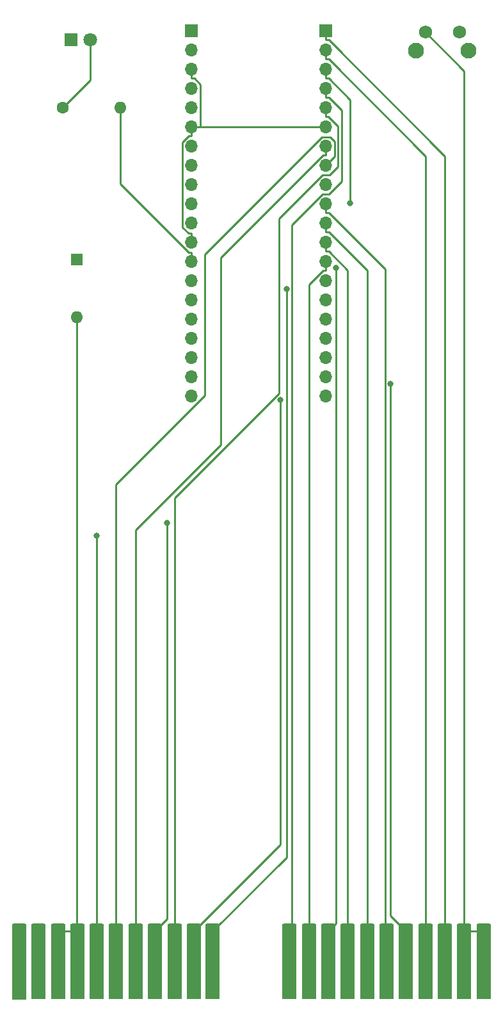
<source format=gbr>
%TF.GenerationSoftware,KiCad,Pcbnew,8.0.4*%
%TF.CreationDate,2024-08-02T18:27:15+02:00*%
%TF.ProjectId,PiChannelF,50694368-616e-46e6-956c-462e6b696361,1*%
%TF.SameCoordinates,Original*%
%TF.FileFunction,Copper,L1,Top*%
%TF.FilePolarity,Positive*%
%FSLAX46Y46*%
G04 Gerber Fmt 4.6, Leading zero omitted, Abs format (unit mm)*
G04 Created by KiCad (PCBNEW 8.0.4) date 2024-08-02 18:27:15*
%MOMM*%
%LPD*%
G01*
G04 APERTURE LIST*
G04 Aperture macros list*
%AMRoundRect*
0 Rectangle with rounded corners*
0 $1 Rounding radius*
0 $2 $3 $4 $5 $6 $7 $8 $9 X,Y pos of 4 corners*
0 Add a 4 corners polygon primitive as box body*
4,1,4,$2,$3,$4,$5,$6,$7,$8,$9,$2,$3,0*
0 Add four circle primitives for the rounded corners*
1,1,$1+$1,$2,$3*
1,1,$1+$1,$4,$5*
1,1,$1+$1,$6,$7*
1,1,$1+$1,$8,$9*
0 Add four rect primitives between the rounded corners*
20,1,$1+$1,$2,$3,$4,$5,0*
20,1,$1+$1,$4,$5,$6,$7,0*
20,1,$1+$1,$6,$7,$8,$9,0*
20,1,$1+$1,$8,$9,$2,$3,0*%
G04 Aperture macros list end*
%TA.AperFunction,ComponentPad*%
%ADD10C,1.600000*%
%TD*%
%TA.AperFunction,ComponentPad*%
%ADD11O,1.600000X1.600000*%
%TD*%
%TA.AperFunction,ComponentPad*%
%ADD12R,1.800000X1.800000*%
%TD*%
%TA.AperFunction,ComponentPad*%
%ADD13C,1.800000*%
%TD*%
%TA.AperFunction,ComponentPad*%
%ADD14R,1.600000X1.600000*%
%TD*%
%TA.AperFunction,SMDPad,CuDef*%
%ADD15R,1.900000X8.100000*%
%TD*%
%TA.AperFunction,SMDPad,CuDef*%
%ADD16RoundRect,0.233760X-0.716240X-0.766240X0.716240X-0.766240X0.716240X0.766240X-0.716240X0.766240X0*%
%TD*%
%TA.AperFunction,ComponentPad*%
%ADD17R,1.700000X1.700000*%
%TD*%
%TA.AperFunction,ComponentPad*%
%ADD18O,1.700000X1.700000*%
%TD*%
%TA.AperFunction,ComponentPad*%
%ADD19C,2.100000*%
%TD*%
%TA.AperFunction,ComponentPad*%
%ADD20C,1.750000*%
%TD*%
%TA.AperFunction,ViaPad*%
%ADD21C,0.800000*%
%TD*%
%TA.AperFunction,Conductor*%
%ADD22C,0.250000*%
%TD*%
G04 APERTURE END LIST*
D10*
%TO.P,R1,1*%
%TO.N,Net-(D2-A)*%
X74005000Y-38225000D03*
D11*
%TO.P,R1,2*%
%TO.N,LED*%
X81625000Y-38225000D03*
%TD*%
D12*
%TO.P,D2,1,K*%
%TO.N,GND*%
X75135000Y-29275000D03*
D13*
%TO.P,D2,2,A*%
%TO.N,Net-(D2-A)*%
X77675000Y-29275000D03*
%TD*%
D14*
%TO.P,D1,1,K*%
%TO.N,Net-(D1-K)*%
X75850000Y-58300000D03*
D11*
%TO.P,D1,2,A*%
%TO.N,+5V*%
X75850000Y-65920000D03*
%TD*%
D15*
%TO.P,E1,*%
%TO.N,*%
X68244000Y-152025000D03*
X70814000Y-151925000D03*
X73384000Y-151925000D03*
X75954000Y-151925000D03*
X78524000Y-151925000D03*
X81075000Y-151925000D03*
X83664000Y-151925000D03*
X86234000Y-151925000D03*
X88804000Y-151925000D03*
X91374000Y-151925000D03*
X93844000Y-151925000D03*
X104000000Y-151925000D03*
X106570000Y-151925000D03*
X109140000Y-151925000D03*
X111682000Y-151925000D03*
X114299000Y-151925000D03*
X116850000Y-151925000D03*
X119406000Y-151925000D03*
X122023000Y-151925000D03*
X124560000Y-151925000D03*
X127130000Y-151925000D03*
X129700000Y-151925000D03*
D16*
%TO.P,E1,1,+12V*%
%TO.N,unconnected-(E1-+12V-Pad1)*%
X68244000Y-147025000D03*
%TO.P,E1,2,NC*%
%TO.N,unconnected-(E1-NC-Pad2)*%
X70814000Y-147025000D03*
%TO.P,E1,3,+5V*%
%TO.N,+5V*%
X73384000Y-147025000D03*
%TO.P,E1,4,+5V*%
X75954000Y-147025000D03*
%TO.P,E1,5,D7*%
%TO.N,D7*%
X78524000Y-147025000D03*
%TO.P,E1,6,D6*%
%TO.N,D6*%
X81075000Y-147025000D03*
%TO.P,E1,7,D5*%
%TO.N,D5*%
X83664000Y-147025000D03*
%TO.P,E1,8,WRITE*%
%TO.N,WRITE*%
X86234000Y-147025000D03*
%TO.P,E1,9,D4*%
%TO.N,D4*%
X88804000Y-147025000D03*
%TO.P,E1,10,PHI*%
%TO.N,PHI*%
X91374000Y-147025000D03*
%TO.P,E1,11,ROMC4*%
%TO.N,ROMC4*%
X93844000Y-147025000D03*
%TO.P,E1,12,D3*%
%TO.N,D3*%
X104000000Y-147025000D03*
%TO.P,E1,13,ROMC3*%
%TO.N,ROMC3*%
X106620000Y-147025000D03*
%TO.P,E1,14,D2*%
%TO.N,D2*%
X109140000Y-147025000D03*
%TO.P,E1,15,ROMC2*%
%TO.N,ROMC2*%
X111682000Y-147025000D03*
%TO.P,E1,16,ROMC1*%
%TO.N,ROMC1*%
X114299000Y-147025000D03*
%TO.P,E1,17,ROMC0*%
%TO.N,ROMC0*%
X116850000Y-147025000D03*
%TO.P,E1,18,~{INTREQ}*%
%TO.N,~{INTREQ}*%
X119406000Y-147025000D03*
%TO.P,E1,19,D1*%
%TO.N,D1*%
X122023000Y-147025000D03*
%TO.P,E1,20,D0*%
%TO.N,D0*%
X124560000Y-147025000D03*
%TO.P,E1,21,GND*%
%TO.N,GND*%
X127130000Y-147025000D03*
%TO.P,E1,22,GND*%
X129700000Y-147025000D03*
%TD*%
D17*
%TO.P,J1,1,Pin_1*%
%TO.N,D0*%
X108825000Y-28085000D03*
D18*
%TO.P,J1,2,Pin_2*%
%TO.N,D1*%
X108825000Y-30625000D03*
%TO.P,J1,3,Pin_3*%
%TO.N,D2*%
X108825000Y-33165000D03*
%TO.P,J1,4,Pin_4*%
%TO.N,D3*%
X108825000Y-35705000D03*
%TO.P,J1,5,Pin_5*%
%TO.N,D4*%
X108825000Y-38245000D03*
%TO.P,J1,6,Pin_6*%
%TO.N,GND*%
X108825000Y-40785000D03*
%TO.P,J1,7,Pin_7*%
%TO.N,D5*%
X108825000Y-43325000D03*
%TO.P,J1,8,Pin_8*%
%TO.N,D6*%
X108825000Y-45865000D03*
%TO.P,J1,9,Pin_9*%
%TO.N,D7*%
X108825000Y-48405000D03*
%TO.P,J1,10,Pin_10*%
%TO.N,ROMC0*%
X108825000Y-50945000D03*
%TO.P,J1,11,Pin_11*%
%TO.N,ROMC1*%
X108825000Y-53485000D03*
%TO.P,J1,12,Pin_12*%
%TO.N,ROMC2*%
X108825000Y-56025000D03*
%TO.P,J1,13,Pin_13*%
%TO.N,ROMC3*%
X108825000Y-58565000D03*
%TO.P,J1,14,Pin_14*%
%TO.N,ROMC4*%
X108825000Y-61105000D03*
%TO.P,J1,15,Pin_15*%
%TO.N,GND*%
X108825000Y-63645000D03*
%TO.P,J1,16,Pin_16*%
%TO.N,~{INTREQ}*%
X108825000Y-66185000D03*
%TO.P,J1,17,Pin_17*%
%TO.N,PHI*%
X108825000Y-68725000D03*
%TO.P,J1,18,Pin_18*%
%TO.N,WRITE*%
X108825000Y-71265000D03*
%TO.P,J1,19,Pin_19*%
%TO.N,unconnected-(J1-Pin_19-Pad19)*%
X108825000Y-73805000D03*
%TO.P,J1,20,Pin_20*%
%TO.N,unconnected-(J1-Pin_20-Pad20)*%
X108825000Y-76345000D03*
%TD*%
D19*
%TO.P,SW1,*%
%TO.N,*%
X127725000Y-30690000D03*
X120715000Y-30690000D03*
D20*
%TO.P,SW1,1,1*%
%TO.N,RST*%
X126475000Y-28200000D03*
%TO.P,SW1,2,2*%
%TO.N,GND*%
X121975000Y-28200000D03*
%TD*%
D17*
%TO.P,J2,1,Pin_1*%
%TO.N,unconnected-(J2-Pin_1-Pad1)*%
X91050000Y-28085000D03*
D18*
%TO.P,J2,2,Pin_2*%
%TO.N,Net-(D1-K)*%
X91050000Y-30625000D03*
%TO.P,J2,3,Pin_3*%
%TO.N,GND*%
X91050000Y-33165000D03*
%TO.P,J2,4,Pin_4*%
%TO.N,unconnected-(J2-Pin_4-Pad4)*%
X91050000Y-35705000D03*
%TO.P,J2,5,Pin_5*%
%TO.N,unconnected-(J2-Pin_5-Pad5)*%
X91050000Y-38245000D03*
%TO.P,J2,6,Pin_6*%
%TO.N,GND*%
X91050000Y-40785000D03*
%TO.P,J2,7,Pin_7*%
%TO.N,RST*%
X91050000Y-43325000D03*
%TO.P,J2,8,Pin_8*%
%TO.N,unconnected-(J2-Pin_8-Pad8)*%
X91050000Y-45865000D03*
%TO.P,J2,9,Pin_9*%
%TO.N,unconnected-(J2-Pin_9-Pad9)*%
X91050000Y-48405000D03*
%TO.P,J2,10,Pin_10*%
%TO.N,unconnected-(J2-Pin_10-Pad10)*%
X91050000Y-50945000D03*
%TO.P,J2,11,Pin_11*%
%TO.N,unconnected-(J2-Pin_11-Pad11)*%
X91050000Y-53485000D03*
%TO.P,J2,12,Pin_12*%
%TO.N,GND*%
X91050000Y-56025000D03*
%TO.P,J2,13,Pin_13*%
%TO.N,LED*%
X91050000Y-58565000D03*
%TO.P,J2,14,Pin_14*%
%TO.N,unconnected-(J2-Pin_14-Pad14)*%
X91050000Y-61105000D03*
%TO.P,J2,15,Pin_15*%
%TO.N,unconnected-(J2-Pin_15-Pad15)*%
X91050000Y-63645000D03*
%TO.P,J2,16,Pin_16*%
%TO.N,unconnected-(J2-Pin_16-Pad16)*%
X91050000Y-66185000D03*
%TO.P,J2,17,Pin_17*%
%TO.N,unconnected-(J2-Pin_17-Pad17)*%
X91050000Y-68725000D03*
%TO.P,J2,18,Pin_18*%
%TO.N,unconnected-(J2-Pin_18-Pad18)*%
X91050000Y-71265000D03*
%TO.P,J2,19,Pin_19*%
%TO.N,unconnected-(J2-Pin_19-Pad19)*%
X91050000Y-73805000D03*
%TO.P,J2,20,Pin_20*%
%TO.N,unconnected-(J2-Pin_20-Pad20)*%
X91050000Y-76345000D03*
%TD*%
D21*
%TO.N,PHI*%
X102784800Y-76824300D03*
%TO.N,~{INTREQ}*%
X117387500Y-74747500D03*
%TO.N,ROMC4*%
X103617900Y-62152700D03*
%TO.N,WRITE*%
X87805900Y-93099400D03*
%TO.N,D2*%
X112032300Y-50863000D03*
X110118900Y-59368100D03*
%TO.N,D7*%
X78524000Y-94809000D03*
%TD*%
D22*
%TO.N,LED*%
X81625000Y-48331000D02*
X81625000Y-38225000D01*
X90682300Y-57388300D02*
X81625000Y-48331000D01*
X91050000Y-57388300D02*
X90682300Y-57388300D01*
X91050000Y-58565000D02*
X91050000Y-57388300D01*
%TO.N,PHI*%
X102784800Y-135614200D02*
X102784800Y-76824300D01*
X91374000Y-147025000D02*
X102784800Y-135614200D01*
%TO.N,ROMC2*%
X111682000Y-59691000D02*
X111682000Y-147025000D01*
X109192700Y-57201700D02*
X111682000Y-59691000D01*
X108825000Y-57201700D02*
X109192700Y-57201700D01*
X108825000Y-56025000D02*
X108825000Y-57201700D01*
%TO.N,ROMC1*%
X108825000Y-53485000D02*
X108825000Y-54661700D01*
X114299000Y-59768000D02*
X114299000Y-147025000D01*
X109192700Y-54661700D02*
X114299000Y-59768000D01*
X108825000Y-54661700D02*
X109192700Y-54661700D01*
%TO.N,~{INTREQ}*%
X117387500Y-145006500D02*
X117387500Y-74747500D01*
X119406000Y-147025000D02*
X117387500Y-145006500D01*
%TO.N,ROMC4*%
X103617900Y-137251100D02*
X93844000Y-147025000D01*
X103617900Y-62152700D02*
X103617900Y-137251100D01*
%TO.N,ROMC3*%
X108825000Y-58565000D02*
X108825000Y-59741700D01*
X108457300Y-59741700D02*
X108825000Y-59741700D01*
X106620000Y-61579000D02*
X108457300Y-59741700D01*
X106620000Y-147025000D02*
X106620000Y-61579000D01*
%TO.N,WRITE*%
X87805900Y-145453100D02*
X87805900Y-93099400D01*
X86234000Y-147025000D02*
X87805900Y-145453100D01*
%TO.N,ROMC0*%
X108825000Y-50945000D02*
X108825000Y-52121700D01*
X116660800Y-146835800D02*
X116850000Y-147025000D01*
X116660800Y-59589800D02*
X116660800Y-146835800D01*
X109192700Y-52121700D02*
X116660800Y-59589800D01*
X108825000Y-52121700D02*
X109192700Y-52121700D01*
%TO.N,Net-(D2-A)*%
X77675000Y-34555000D02*
X74005000Y-38225000D01*
X77675000Y-29275000D02*
X77675000Y-34555000D01*
%TO.N,D2*%
X112032300Y-37181300D02*
X112032300Y-50863000D01*
X109192700Y-34341700D02*
X112032300Y-37181300D01*
X108825000Y-34341700D02*
X109192700Y-34341700D01*
X110118900Y-146046100D02*
X110118900Y-59368100D01*
X109140000Y-147025000D02*
X110118900Y-146046100D01*
X108825000Y-33165000D02*
X108825000Y-34341700D01*
%TO.N,D7*%
X78524000Y-147025000D02*
X78524000Y-94809000D01*
%TO.N,D4*%
X108825000Y-38245000D02*
X108825000Y-39421700D01*
X109159300Y-39421700D02*
X108825000Y-39421700D01*
X110453400Y-40715800D02*
X109159300Y-39421700D01*
X110453400Y-45978900D02*
X110453400Y-40715800D01*
X109297300Y-47135000D02*
X110453400Y-45978900D01*
X108370600Y-47135000D02*
X109297300Y-47135000D01*
X102620400Y-52885200D02*
X108370600Y-47135000D01*
X102620400Y-75954500D02*
X102620400Y-52885200D01*
X88804000Y-89770900D02*
X102620400Y-75954500D01*
X88804000Y-147025000D02*
X88804000Y-89770900D01*
%TO.N,D5*%
X83664000Y-94013900D02*
X83664000Y-147025000D01*
X94887100Y-82790800D02*
X83664000Y-94013900D01*
X94887100Y-58071900D02*
X94887100Y-82790800D01*
X108457300Y-44501700D02*
X94887100Y-58071900D01*
X108825000Y-44501700D02*
X108457300Y-44501700D01*
X108825000Y-43325000D02*
X108825000Y-44501700D01*
%TO.N,D3*%
X108825000Y-35705000D02*
X108825000Y-36881700D01*
X104344600Y-146680400D02*
X104000000Y-147025000D01*
X104344600Y-53748600D02*
X104344600Y-146680400D01*
X108418200Y-49675000D02*
X104344600Y-53748600D01*
X109230100Y-49675000D02*
X108418200Y-49675000D01*
X110905100Y-48000000D02*
X109230100Y-49675000D01*
X110905100Y-38594000D02*
X110905100Y-48000000D01*
X109192800Y-36881700D02*
X110905100Y-38594000D01*
X108825000Y-36881700D02*
X109192800Y-36881700D01*
%TO.N,D6*%
X110001700Y-44688300D02*
X108825000Y-45865000D01*
X110001700Y-42747100D02*
X110001700Y-44688300D01*
X109396100Y-42141500D02*
X110001700Y-42747100D01*
X108333100Y-42141500D02*
X109396100Y-42141500D01*
X92841900Y-57632700D02*
X108333100Y-42141500D01*
X92841900Y-76244200D02*
X92841900Y-57632700D01*
X81075000Y-88011100D02*
X92841900Y-76244200D01*
X81075000Y-147025000D02*
X81075000Y-88011100D01*
%TO.N,D1*%
X122023000Y-44632000D02*
X122023000Y-147025000D01*
X109192700Y-31801700D02*
X122023000Y-44632000D01*
X108825000Y-31801700D02*
X109192700Y-31801700D01*
X108825000Y-30625000D02*
X108825000Y-31801700D01*
%TO.N,D0*%
X108825000Y-28085000D02*
X108825000Y-29261700D01*
X124560000Y-44630900D02*
X124560000Y-147025000D01*
X109190800Y-29261700D02*
X124560000Y-44630900D01*
X108825000Y-29261700D02*
X109190800Y-29261700D01*
%TO.N,+5V*%
X75850000Y-65920000D02*
X75850000Y-67046700D01*
X75850000Y-147025000D02*
X75850000Y-67046700D01*
X75954000Y-147025000D02*
X75850000Y-147025000D01*
X75850000Y-147025000D02*
X73384000Y-147025000D01*
%TO.N,GND*%
X90682200Y-41961700D02*
X91050000Y-41961700D01*
X89873300Y-42770600D02*
X90682200Y-41961700D01*
X89873300Y-54039300D02*
X89873300Y-42770600D01*
X90682300Y-54848300D02*
X89873300Y-54039300D01*
X91050000Y-54848300D02*
X90682300Y-54848300D01*
X91050000Y-56025000D02*
X91050000Y-54848300D01*
X91050000Y-40785000D02*
X91050000Y-41961700D01*
X129700000Y-147025000D02*
X127130000Y-147025000D01*
X127130000Y-33355000D02*
X127130000Y-147025000D01*
X121975000Y-28200000D02*
X127130000Y-33355000D01*
X91417700Y-34341700D02*
X91050000Y-34341700D01*
X92238300Y-35162300D02*
X91417700Y-34341700D01*
X92238300Y-40785000D02*
X92238300Y-35162300D01*
X108825000Y-40785000D02*
X92238300Y-40785000D01*
X92238300Y-40785000D02*
X91050000Y-40785000D01*
X91050000Y-33165000D02*
X91050000Y-34341700D01*
%TD*%
M02*

</source>
